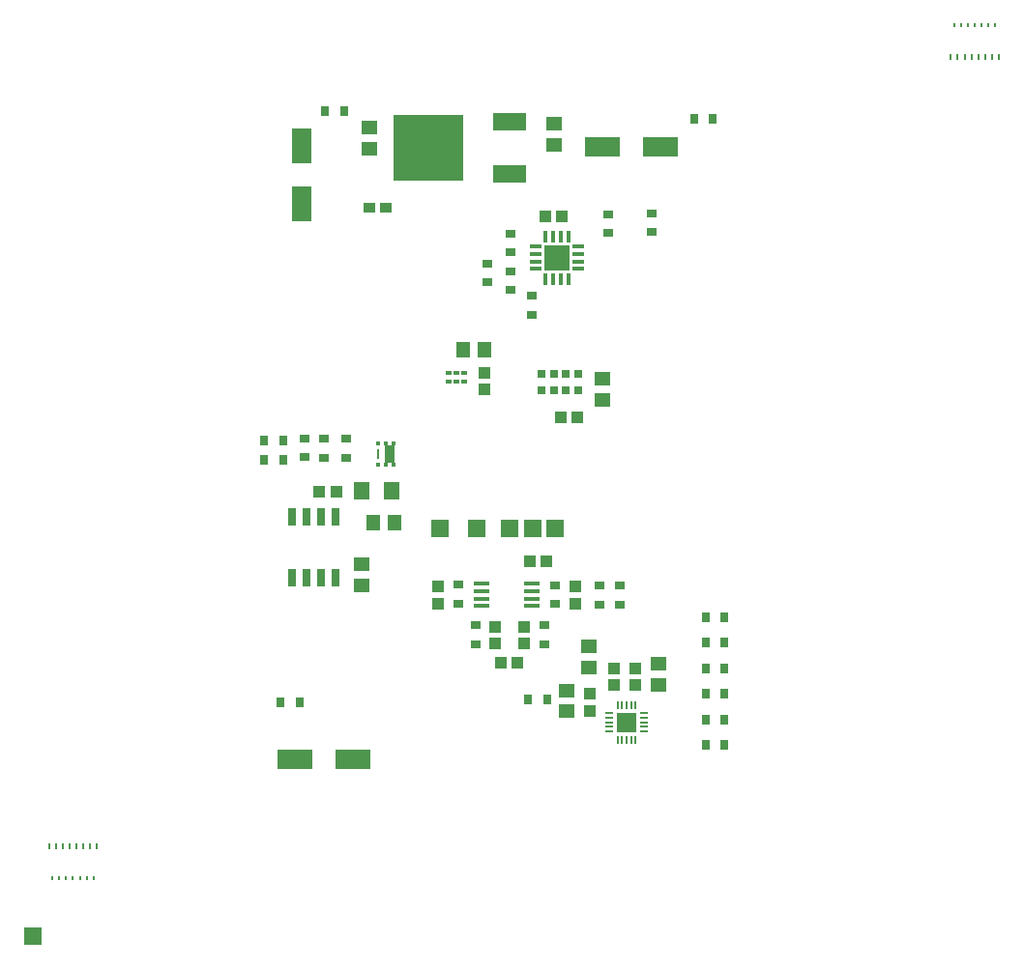
<source format=gbr>
%FSLAX23Y23*%
%MOIN*%
%SFA1B1*%

%IPPOS*%
%AMD11*
4,1,8,-0.003600,-0.006700,0.003600,-0.006700,0.004500,-0.005800,0.004500,0.005800,0.003600,0.006700,-0.003600,0.006700,-0.004500,0.005800,-0.004500,-0.005800,-0.003600,-0.006700,0.0*
1,1,0.001820,-0.003600,-0.005800*
1,1,0.001820,0.003600,-0.005800*
1,1,0.001820,0.003600,0.005800*
1,1,0.001820,-0.003600,0.005800*
%
%AMD12*
4,1,8,-0.003600,-0.008700,0.003600,-0.008700,0.004500,-0.007700,0.004500,0.007700,0.003600,0.008700,-0.003600,0.008700,-0.004500,0.007700,-0.004500,-0.007700,-0.003600,-0.008700,0.0*
1,1,0.001820,-0.003600,-0.007700*
1,1,0.001820,0.003600,-0.007700*
1,1,0.001820,0.003600,0.007700*
1,1,0.001820,-0.003600,0.007700*
%
%ADD10R,0.027560X0.035430*%
G04~CAMADD=11~8~0.0~0.0~90.6~133.9~9.1~0.0~15~0.0~0.0~0.0~0.0~0~0.0~0.0~0.0~0.0~0~0.0~0.0~0.0~180.0~90.0~134.0*
%ADD11D11*%
G04~CAMADD=12~8~0.0~0.0~90.6~173.2~9.1~0.0~15~0.0~0.0~0.0~0.0~0~0.0~0.0~0.0~0.0~0~0.0~0.0~0.0~180.0~92.0~174.0*
%ADD12D12*%
%ADD13R,0.059060X0.059060*%
%ADD14R,0.035430X0.027560*%
%ADD15R,0.039370X0.039370*%
%ADD16R,0.025590X0.060160*%
%ADD17R,0.053150X0.064960*%
%ADD18R,0.011810X0.013780*%
%ADD19R,0.037400X0.059060*%
%ADD20R,0.009250X0.034250*%
%ADD21R,0.051180X0.057090*%
%ADD22R,0.124020X0.070870*%
%ADD23R,0.057090X0.051180*%
%ADD24R,0.028540X0.027560*%
%ADD25R,0.039370X0.039370*%
%ADD26R,0.038980X0.037010*%
%ADD27R,0.070870X0.124020*%
%ADD28R,0.118110X0.062990*%
%ADD29R,0.244100X0.228350*%
%ADD30R,0.041340X0.013780*%
%ADD31R,0.013780X0.041340*%
%ADD32R,0.088980X0.088980*%
%ADD33R,0.070870X0.070870*%
%ADD34R,0.007870X0.031500*%
%ADD35R,0.031500X0.007870*%
%ADD36R,0.056100X0.017720*%
%ADD37R,0.059060X0.059060*%
%ADD38R,0.019680X0.015750*%
%LNhumrigid1_paste_top-1*%
%LPD*%
G54D10*
X296Y-657D03*
X231D03*
X-678Y236D03*
X-613D03*
X-614Y169D03*
X-679D03*
X803Y1346D03*
X868D03*
X-622Y-669D03*
X-556D03*
X908Y-374D03*
X843D03*
Y-462D03*
X908D03*
X843Y-551D03*
X908D03*
Y-639D03*
X843D03*
Y-728D03*
X908D03*
X843Y-816D03*
X908D03*
X-469Y1370D03*
X-404D03*
G54D11*
X1700Y1668D03*
X1724D03*
X1748D03*
X1771D03*
X1795D03*
X1818D03*
X1842D03*
X-1409Y-1274D03*
X-1385D03*
X-1362D03*
X-1338D03*
X-1314D03*
X-1291D03*
X-1267D03*
G54D12*
X1688Y1559D03*
X1712D03*
X1736D03*
X1759D03*
X1783D03*
X1807D03*
X1830D03*
X1854D03*
X-1421Y-1166D03*
X-1397D03*
X-1374D03*
X-1350D03*
X-1326D03*
X-1303D03*
X-1279D03*
X-1255D03*
G54D13*
X-1476Y-1476D03*
G54D14*
X547Y-266D03*
Y-331D03*
X476D03*
Y-266D03*
X-397Y241D03*
Y176D03*
X-472Y241D03*
Y176D03*
X-539Y177D03*
Y242D03*
X286Y-468D03*
Y-403D03*
X324Y-265D03*
Y-330D03*
X-9Y-327D03*
Y-262D03*
X49Y-468D03*
Y-403D03*
X507Y1016D03*
Y951D03*
X169Y884D03*
Y949D03*
X244Y669D03*
Y734D03*
X90Y846D03*
Y781D03*
X657Y1019D03*
Y954D03*
X169Y819D03*
Y754D03*
G54D15*
X-488Y59D03*
X-430D03*
X402Y315D03*
X345D03*
X195Y-532D03*
X138D03*
X236Y-181D03*
X293D03*
X290Y1007D03*
X347D03*
G54D16*
X-432Y-27D03*
X-482D03*
X-532D03*
X-582D03*
Y-240D03*
X-532D03*
X-482D03*
X-432D03*
G54D17*
X-343Y62D03*
X-239D03*
G54D18*
X-234Y225D03*
X-259D03*
X-285D03*
Y152D03*
X-259D03*
X-234D03*
G54D19*
X-247Y188D03*
G54D20*
X-286Y188D03*
G54D21*
X-304Y-47D03*
X-231D03*
X79Y548D03*
X6D03*
G54D22*
X-572Y-866D03*
X-372D03*
X688Y1248D03*
X488D03*
G54D23*
X-315Y1243D03*
Y1316D03*
X488Y449D03*
Y376D03*
X-342Y-191D03*
Y-264D03*
X364Y-627D03*
Y-700D03*
X442Y-548D03*
Y-475D03*
X681Y-607D03*
Y-534D03*
X322Y1328D03*
Y1255D03*
G54D24*
X277Y464D03*
X319D03*
X362D03*
X404D03*
Y409D03*
X362D03*
X319D03*
X277D03*
G54D25*
X445Y-697D03*
Y-640D03*
X600Y-552D03*
Y-609D03*
X528Y-552D03*
Y-609D03*
X82Y468D03*
Y411D03*
X118Y-407D03*
Y-464D03*
X216Y-407D03*
Y-464D03*
X394Y-327D03*
Y-269D03*
X-78Y-327D03*
Y-269D03*
G54D26*
X-259Y1039D03*
X-317D03*
G54D27*
X-551Y1053D03*
Y1253D03*
G54D28*
X168Y1334D03*
Y1154D03*
G54D29*
X-114Y1244D03*
G54D30*
X257Y904D03*
Y878D03*
Y853D03*
Y827D03*
X403D03*
Y853D03*
Y878D03*
Y904D03*
G54D31*
X292Y793D03*
X317D03*
X343D03*
X369D03*
Y938D03*
X343D03*
X317D03*
X292D03*
G54D32*
X330Y866D03*
G54D33*
X570Y-738D03*
G54D34*
X539Y-679D03*
X555D03*
X570D03*
X586D03*
X602D03*
Y-797D03*
X586D03*
X570D03*
X555D03*
X539D03*
G54D35*
X629Y-706D03*
Y-722D03*
Y-738D03*
Y-753D03*
Y-769D03*
X511D03*
Y-753D03*
Y-738D03*
Y-722D03*
Y-706D03*
G54D36*
X70Y-260D03*
Y-285D03*
Y-311D03*
Y-336D03*
X244D03*
Y-311D03*
Y-285D03*
Y-260D03*
G54D37*
X167Y-68D03*
X325D03*
X246D03*
X53D03*
X-72D03*
G54D38*
X-44Y467D03*
X-15D03*
X12D03*
Y439D03*
X-15D03*
X-44D03*
M02*
</source>
